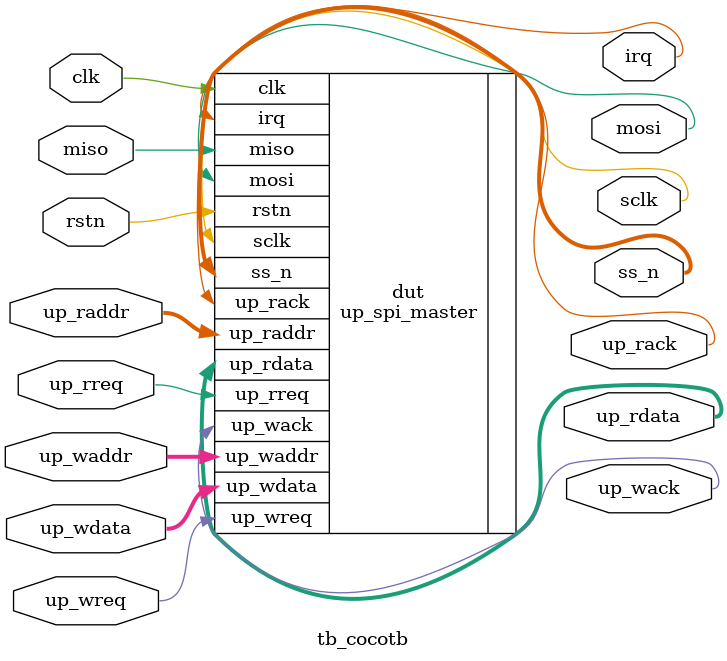
<source format=v>

`timescale 1ns/100ps

/*
 * Module: tb_cocotb
 *
 *
 * SPI Master core with axis input/output data. Read/Write is size of BUS_WIDTH bytes. Write activates core for read.
 *
 * Parameters:
 *
 *   ADDRESS_WIDTH    - Width of the uP address port, max 32 bit.
 *   BUS_WIDTH        - Width of the uP bus data port(can not be less than 2 bytes, max tested is 4).
 *   CLOCK_SPEED      - This is the aclk frequency in Hz, this is the the frequency used for the bus and is divided by the rate.
 *   SELECT_WIDTH     - Bit width of the slave select, defaults to 16 to match altera spi ip.
 *   DEFAULT_RATE_DIV - Default divider value of the main clock to use for the spi data output clock rate. 0 is 2 (2^(X+1) X is the DEFAULT_RATE_DIV)
 *   DEFAULT_CPOL     - Default clock polarity for the core (0 or 1).
 *   DEFAULT_CPHA     - Default clock phase for the core (0 or 1).
 *
 * Ports:
 *
 *   clk            - Clock for all devices in the core
 *   rstn           - Negative reset
 *   up_rreq        - uP bus read request
 *   up_rack        - uP bus read ack
 *   up_raddr       - uP bus read address
 *   up_rdata       - uP bus read data
 *   up_wreq        - uP bus write request
 *   up_wack        - uP bus write ack
 *   up_waddr       - uP bus write address
 *   up_wdata       - uP bus write data
 *   irq            - Interrupt when data is received
 *   sclk           - spi clock, should only drive output pins to devices.
 *   mosi           - transmit for master output
 *   miso           - receive for master input
 *   ss_n           - slave select output
 */
module tb_cocotb #(
    parameter ADDRESS_WIDTH     = 32,
    parameter BUS_WIDTH         = 4,
    parameter CLOCK_SPEED       = 100000000,
    parameter SELECT_WIDTH      = 16,
    parameter DEFAULT_RATE_DIV  = 0,
    parameter DEFAULT_CPOL      = 0,
    parameter DEFAULT_CPHA      = 0
  )
  (
    input                                       clk,
    input                                       rstn,
    input                                       up_rreq,
    output                                      up_rack,
    input   [ADDRESS_WIDTH-(BUS_WIDTH/2)-1:0]   up_raddr,
    output  [(BUS_WIDTH*8)-1:0]                 up_rdata,
    input                                       up_wreq,
    output                                      up_wack,
    input   [ADDRESS_WIDTH-(BUS_WIDTH/2)-1:0]   up_waddr,
    input   [(BUS_WIDTH*8)-1:0]                 up_wdata,
    output                                      irq,
    output                                      sclk,
    output                                      mosi,
    input                                       miso,
    output  [SELECT_WIDTH-1:0]                  ss_n
  );
  // fst dump command
  initial begin
    $dumpfile ("tb_cocotb.fst");
    $dumpvars (0, tb_cocotb);
    #1;
  end

  //Group: Instantiated Modules

  /*
   * Module: dut
   *
   * Device under test, up_spi_master
   */
  up_spi_master #(
    .ADDRESS_WIDTH(ADDRESS_WIDTH),
    .BUS_WIDTH(BUS_WIDTH),
    .CLOCK_SPEED(CLOCK_SPEED),
    .SELECT_WIDTH(SELECT_WIDTH),
    .DEFAULT_RATE_DIV(DEFAULT_RATE_DIV),
    .DEFAULT_CPOL(DEFAULT_CPOL),
    .DEFAULT_CPHA(DEFAULT_CPHA)
  ) dut (
    .clk(clk),
    .rstn(rstn),
    .up_rreq(up_rreq),
    .up_rack(up_rack),
    .up_raddr(up_raddr),
    .up_rdata(up_rdata),
    .up_wreq(up_wreq),
    .up_wack(up_wack),
    .up_waddr(up_waddr),
    .up_wdata(up_wdata),
    .irq(irq),
    .sclk(sclk),
    .mosi(mosi),
    .miso(miso),
    .ss_n(ss_n)
  );
  
endmodule


</source>
